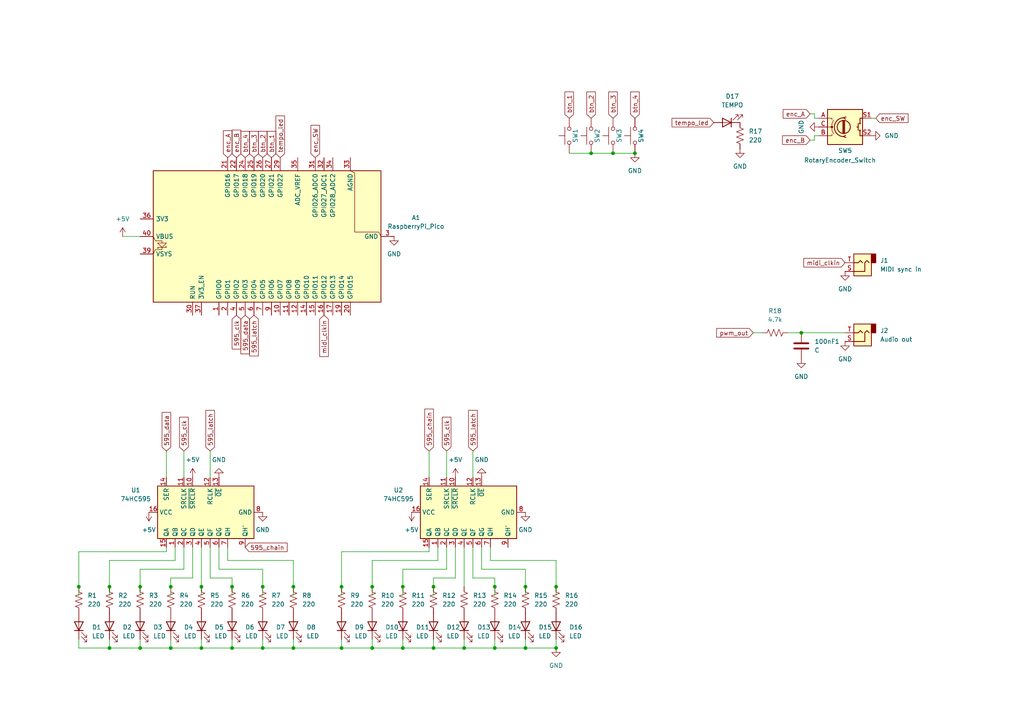
<source format=kicad_sch>
(kicad_sch (version 20250114) (generator "eeschema") (generator_version "9.0")
  (paper "A4")
  (title_block (title "euclid-16") (date "2023-06-10") (rev "1") (comment 3 "Licence: Beerware") (comment 4 "github.com/redraw/euclid-16"))
  (lib_symbols
    (symbol "74xx:74HC595"
      (property "Reference" "U" (at -7.62 13.97 0))
      (property "Value" "74HC595" (at -7.62 -16.51 0))
      (symbol "74HC595_1_0"
        (pin input line (at -10.16 10.16 0) (length 2.54) (name "SER") (number "14"))
        (pin input line (at -10.16 5.08 0) (length 2.54) (name "SRCLK") (number "11"))
        (pin input line (at -10.16 2.54 0) (length 2.54) (name "~{SRCLR}") (number "10"))
        (pin input line (at -10.16 -2.54 0) (length 2.54) (name "RCLK") (number "12"))
        (pin input line (at -10.16 -5.08 0) (length 2.54) (name "~{OE}") (number "13"))
        (pin power_in line (at 0 15.24 270) (length 2.54) (name "VCC") (number "16"))
        (pin power_in line (at 0 -17.78 90) (length 2.54) (name "GND") (number "8"))
        (pin tri_state line (at 10.16 10.16 180) (length 2.54) (name "QA") (number "15"))
        (pin tri_state line (at 10.16 7.62 180) (length 2.54) (name "QB") (number "1"))
        (pin tri_state line (at 10.16 5.08 180) (length 2.54) (name "QC") (number "2"))
        (pin tri_state line (at 10.16 2.54 180) (length 2.54) (name "QD") (number "3"))
        (pin tri_state line (at 10.16 0 180) (length 2.54) (name "QE") (number "4"))
        (pin tri_state line (at 10.16 -2.54 180) (length 2.54) (name "QF") (number "5"))
        (pin tri_state line (at 10.16 -5.08 180) (length 2.54) (name "QG") (number "6"))
        (pin tri_state line (at 10.16 -7.62 180) (length 2.54) (name "QH") (number "7"))
        (pin output line (at 10.16 -12.7 180) (length 2.54) (name "QH'") (number "9"))
      )
      (symbol "74HC595_1_1"
        (rectangle (start -7.62 12.7) (end 7.62 -15.24) (stroke (width 0.254)) (fill (type background)))
      )
    )
    (symbol "Connector_Audio:AudioJack2"
      (property "Reference" "J" (at 0 8.89 0))
      (property "Value" "AudioJack2" (at 0 6.35 0))
      (symbol "AudioJack2_0_1"
        (rectangle (start -3.81 0) (end -2.54 -2.54) (stroke (width 0.254)) (fill (type outline)))
        (rectangle (start -2.54 3.81) (end 2.54 -2.54) (stroke (width 0.254)) (fill (type background)))
        (polyline (pts (xy 0 0) (xy 0.635 -0.635) (xy 1.27 0) (xy 2.54 0)) (stroke (width 0.254)))
        (polyline (pts (xy 2.54 2.54) (xy -0.635 2.54) (xy -0.635 0) (xy -1.27 -0.635) (xy -1.905 0)) (stroke (width 0.254)))
      )
      (symbol "AudioJack2_1_1"
        (pin passive line (at 5.08 2.54 180) (length 2.54) (name "~") (number "S"))
        (pin passive line (at 5.08 0 180) (length 2.54) (name "~") (number "T"))
      )
    )
    (symbol "Device:C" (pin_numbers (hide yes)) (pin_names (offset 0.254))
      (property "Reference" "C" (at 0.635 2.54 0))
      (property "Value" "C" (at 0.635 -2.54 0))
      (symbol "C_0_1"
        (polyline (pts (xy -2.032 0.762) (xy 2.032 0.762)) (stroke (width 0.508)))
        (polyline (pts (xy -2.032 -0.762) (xy 2.032 -0.762)) (stroke (width 0.508)))
      )
      (symbol "C_1_1"
        (pin passive line (at 0 3.81 270) (length 2.794) (name "~") (number "1"))
        (pin passive line (at 0 -3.81 90) (length 2.794) (name "~") (number "2"))
      )
    )
    (symbol "Device:LED" (pin_numbers (hide yes)) (pin_names (offset 1.016) (hide yes))
      (property "Reference" "D" (at 0 2.54 0))
      (property "Value" "LED" (at 0 -2.54 0))
      (symbol "LED_0_1"
        (polyline (pts (xy -3.048 -0.762) (xy -4.572 -2.286) (xy -3.81 -2.286) (xy -4.572 -2.286) (xy -4.572 -1.524)))
        (polyline (pts (xy -1.778 -0.762) (xy -3.302 -2.286) (xy -2.54 -2.286) (xy -3.302 -2.286) (xy -3.302 -1.524)))
        (polyline (pts (xy -1.27 0) (xy 1.27 0)))
        (polyline (pts (xy -1.27 -1.27) (xy -1.27 1.27)) (stroke (width 0.254)))
        (polyline (pts (xy 1.27 -1.27) (xy 1.27 1.27) (xy -1.27 0) (xy 1.27 -1.27)) (stroke (width 0.254)))
      )
      (symbol "LED_1_1"
        (pin passive line (at -3.81 0 0) (length 2.54) (name "K") (number "1"))
        (pin passive line (at 3.81 0 180) (length 2.54) (name "A") (number "2"))
      )
    )
    (symbol "Device:R_US" (pin_numbers (hide yes)) (pin_names (offset 0))
      (property "Reference" "R" (at 2.54 0 90))
      (property "Value" "R_US" (at -2.54 0 90))
      (symbol "R_US_0_1"
        (polyline (pts (xy 0 2.286) (xy 0 2.54)))
        (polyline (pts (xy 0 2.286) (xy 1.016 1.905) (xy 0 1.524) (xy -1.016 1.143) (xy 0 0.762)))
        (polyline (pts (xy 0 0.762) (xy 1.016 0.381) (xy 0 0) (xy -1.016 -0.381) (xy 0 -0.762)))
        (polyline (pts (xy 0 -0.762) (xy 1.016 -1.143) (xy 0 -1.524) (xy -1.016 -1.905) (xy 0 -2.286)))
        (polyline (pts (xy 0 -2.286) (xy 0 -2.54)))
      )
      (symbol "R_US_1_1"
        (pin passive line (at 0 3.81 270) (length 1.27) (name "~") (number "1"))
        (pin passive line (at 0 -3.81 90) (length 1.27) (name "~") (number "2"))
      )
    )
    (symbol "Device:RotaryEncoder_Switch" (pin_names (offset 0.254) (hide yes))
      (property "Reference" "SW" (at 0 6.604 0))
      (property "Value" "RotaryEncoder_Switch" (at 0 -6.604 0))
      (symbol "RotaryEncoder_Switch_0_1"
        (rectangle (start -5.08 5.08) (end 5.08 -5.08) (stroke (width 0.254)) (fill (type background)))
        (polyline (pts (xy -5.08 2.54) (xy -3.81 2.54) (xy -3.81 2.032)))
        (polyline (pts (xy -5.08 0) (xy -3.81 0) (xy -3.81 -1.016) (xy -3.302 -2.032)))
        (polyline (pts (xy -5.08 -2.54) (xy -3.81 -2.54) (xy -3.81 -2.032)))
        (polyline (pts (xy -4.318 0) (xy -3.81 0) (xy -3.81 1.016) (xy -3.302 2.032)))
        (circle (center -3.81 0) (radius 0.254) (fill (type outline)))
        (polyline (pts (xy -0.635 -1.778) (xy -0.635 1.778)) (stroke (width 0.254)))
        (circle (center -0.381 0) (radius 1.905) (stroke (width 0.254)))
        (polyline (pts (xy -0.381 -1.778) (xy -0.381 1.778)) (stroke (width 0.254)))
        (arc (start -0.381 -2.794) (mid -3.0988 -0.0635) (end -0.381 2.667) (stroke (width 0.254)))
        (polyline (pts (xy -0.127 1.778) (xy -0.127 -1.778)) (stroke (width 0.254)))
        (polyline (pts (xy 0.254 2.921) (xy -0.508 2.667) (xy 0.127 2.286)) (stroke (width 0.254)))
        (polyline (pts (xy 0.254 -3.048) (xy -0.508 -2.794) (xy 0.127 -2.413)) (stroke (width 0.254)))
        (polyline (pts (xy 3.81 1.016) (xy 3.81 -1.016)) (stroke (width 0.254)))
        (polyline (pts (xy 3.81 0) (xy 3.429 0)) (stroke (width 0.254)))
        (circle (center 4.318 1.016) (radius 0.127) (stroke (width 0.254)))
        (circle (center 4.318 -1.016) (radius 0.127) (stroke (width 0.254)))
        (polyline (pts (xy 5.08 2.54) (xy 4.318 2.54) (xy 4.318 1.016)) (stroke (width 0.254)))
        (polyline (pts (xy 5.08 -2.54) (xy 4.318 -2.54) (xy 4.318 -1.016)) (stroke (width 0.254)))
      )
      (symbol "RotaryEncoder_Switch_1_1"
        (pin passive line (at -7.62 2.54 0) (length 2.54) (name "A") (number "A"))
        (pin passive line (at -7.62 0 0) (length 2.54) (name "C") (number "C"))
        (pin passive line (at -7.62 -2.54 0) (length 2.54) (name "B") (number "B"))
        (pin passive line (at 7.62 2.54 180) (length 2.54) (name "S1") (number "S1"))
        (pin passive line (at 7.62 -2.54 180) (length 2.54) (name "S2") (number "S2"))
      )
    )
    (symbol "MCU_Module:RaspberryPi_Pico" (pin_names (offset 0.762))
      (property "Reference" "A" (at -19.05 35.56 0))
      (property "Value" "RaspberryPi_Pico" (at 7.62 35.56 0))
      (symbol "RaspberryPi_Pico_0_1"
        (rectangle (start -19.05 34.29) (end 19.05 -31.75) (stroke (width 0.254)) (fill (type background)))
        (polyline (pts (xy -5.08 34.29) (xy -3.81 33.655) (xy -3.81 31.75) (xy -3.175 31.75)))
        (polyline (pts (xy -3.429 32.766) (xy -3.429 33.02) (xy -3.175 33.02) (xy -3.175 30.48) (xy -2.921 30.48) (xy -2.921 30.734)))
        (polyline (pts (xy -3.175 31.75) (xy -1.905 33.02) (xy -1.905 30.48) (xy -3.175 31.75)))
        (polyline (pts (xy 0 34.29) (xy -1.27 33.655) (xy -1.27 31.75) (xy -1.905 31.75)))
        (polyline (pts (xy 0 -31.75) (xy 1.27 -31.115) (xy 1.27 -24.13) (xy 18.415 -24.13) (xy 19.05 -22.86)))
      )
      (symbol "RaspberryPi_Pico_1_1"
        (pin passive line (at -22.86 22.86 0) (length 3.81) (name "RUN") (number "30"))
        (pin passive line (at -22.86 20.32 0) (length 3.81) (name "3V3_EN") (number "37"))
        (pin bidirectional line (at -22.86 15.24 0) (length 3.81) (name "GPIO0") (number "1"))
        (pin bidirectional line (at -22.86 12.7 0) (length 3.81) (name "GPIO1") (number "2"))
        (pin bidirectional line (at -22.86 10.16 0) (length 3.81) (name "GPIO2") (number "4"))
        (pin bidirectional line (at -22.86 7.62 0) (length 3.81) (name "GPIO3") (number "5"))
        (pin bidirectional line (at -22.86 5.08 0) (length 3.81) (name "GPIO4") (number "6"))
        (pin bidirectional line (at -22.86 2.54 0) (length 3.81) (name "GPIO5") (number "7"))
        (pin bidirectional line (at -22.86 0 0) (length 3.81) (name "GPIO6") (number "9"))
        (pin bidirectional line (at -22.86 -2.54 0) (length 3.81) (name "GPIO7") (number "10"))
        (pin bidirectional line (at -22.86 -5.08 0) (length 3.81) (name "GPIO8") (number "11"))
        (pin bidirectional line (at -22.86 -7.62 0) (length 3.81) (name "GPIO9") (number "12"))
        (pin bidirectional line (at -22.86 -10.16 0) (length 3.81) (name "GPIO10") (number "14"))
        (pin bidirectional line (at -22.86 -12.7 0) (length 3.81) (name "GPIO11") (number "15"))
        (pin bidirectional line (at -22.86 -15.24 0) (length 3.81) (name "GPIO12") (number "16"))
        (pin bidirectional line (at -22.86 -17.78 0) (length 3.81) (name "GPIO13") (number "17"))
        (pin bidirectional line (at -22.86 -20.32 0) (length 3.81) (name "GPIO14") (number "19"))
        (pin bidirectional line (at -22.86 -22.86 0) (length 3.81) (name "GPIO15") (number "20"))
        (pin power_in line (at -5.08 38.1 270) (length 3.81) (name "VSYS") (number "39"))
        (pin power_out line (at 0 38.1 270) (length 3.81) (name "VBUS") (number "40"))
        (pin passive line (at 0 -35.56 90) (length 3.81) (hide yes) (name "GND") (number "13"))
        (pin passive line (at 0 -35.56 90) (length 3.81) (hide yes) (name "GND") (number "18"))
        (pin passive line (at 0 -35.56 90) (length 3.81) (hide yes) (name "GND") (number "23"))
        (pin passive line (at 0 -35.56 90) (length 3.81) (hide yes) (name "GND") (number "28"))
        (pin power_out line (at 0 -35.56 90) (length 3.81) (name "GND") (number "3"))
        (pin passive line (at 0 -35.56 90) (length 3.81) (hide yes) (name "GND") (number "38"))
        (pin passive line (at 0 -35.56 90) (length 3.81) (hide yes) (name "GND") (number "8"))
        (pin power_out line (at 5.08 38.1 270) (length 3.81) (name "3V3") (number "36"))
        (pin bidirectional line (at 22.86 12.7 180) (length 3.81) (name "GPIO16") (number "21"))
        (pin bidirectional line (at 22.86 10.16 180) (length 3.81) (name "GPIO17") (number "22"))
        (pin bidirectional line (at 22.86 7.62 180) (length 3.81) (name "GPIO18") (number "24"))
        (pin bidirectional line (at 22.86 5.08 180) (length 3.81) (name "GPIO19") (number "25"))
        (pin bidirectional line (at 22.86 2.54 180) (length 3.81) (name "GPIO20") (number "26"))
        (pin bidirectional line (at 22.86 0 180) (length 3.81) (name "GPIO21") (number "27"))
        (pin bidirectional line (at 22.86 -2.54 180) (length 3.81) (name "GPIO22") (number "29"))
        (pin power_in line (at 22.86 -7.62 180) (length 3.81) (name "ADC_VREF") (number "35"))
        (pin bidirectional line (at 22.86 -12.7 180) (length 3.81) (name "GPIO26_ADC0") (number "31"))
        (pin bidirectional line (at 22.86 -15.24 180) (length 3.81) (name "GPIO27_ADC1") (number "32"))
        (pin bidirectional line (at 22.86 -17.78 180) (length 3.81) (name "GPIO28_ADC2") (number "34"))
        (pin power_out line (at 22.86 -22.86 180) (length 3.81) (name "AGND") (number "33"))
      )
    )
    (symbol "Switch:SW_Push" (pin_numbers (hide yes)) (pin_names (offset 1.016) (hide yes))
      (property "Reference" "SW" (at 1.27 2.54 0))
      (property "Value" "SW_Push" (at 0 -1.524 0))
      (symbol "SW_Push_0_1"
        (circle (center -2.032 0) (radius 0.508))
        (polyline (pts (xy 0 1.27) (xy 0 3.048)))
        (circle (center 2.032 0) (radius 0.508))
        (polyline (pts (xy 2.54 1.27) (xy -2.54 1.27)))
        (pin passive line (at -5.08 0 0) (length 2.54) (name "1") (number "1"))
        (pin passive line (at 5.08 0 180) (length 2.54) (name "2") (number "2"))
      )
    )
    (symbol "power:+5V" (power) (pin_numbers (hide yes)) (pin_names (offset 0) (hide yes))
      (property "Value" "+5V" (at 0 3.556 0))
      (symbol "+5V_0_1"
        (polyline (pts (xy -0.762 1.27) (xy 0 2.54)))
        (polyline (pts (xy 0 2.54) (xy 0.762 1.27)))
        (polyline (pts (xy 0 0) (xy 0 2.54)))
      )
      (symbol "+5V_1_1"
        (pin power_in line (at 0 0 90) (length 0) (name "~") (number "1"))
      )
    )
    (symbol "power:GND" (power) (pin_numbers (hide yes)) (pin_names (offset 0) (hide yes))
      (property "Value" "GND" (at 0 -3.81 0))
      (symbol "GND_0_1"
        (polyline (pts (xy 0 0) (xy 0 -1.27) (xy 1.27 -1.27) (xy 0 -2.54) (xy -1.27 -1.27) (xy 0 -1.27)))
      )
      (symbol "GND_1_1"
        (pin power_in line (at 0 0 270) (length 0) (name "~") (number "1"))
      )
    )
  )
  (junction (at 49.53 170.18))
  (junction (at 184.15 44.45))
  (junction (at 107.95 170.18))
  (junction (at 31.75 187.96))
  (junction (at 143.51 170.18))
  (junction (at 134.62 187.96))
  (junction (at 31.75 170.18))
  (junction (at 85.09 187.96))
  (junction (at 171.45 44.45))
  (junction (at 67.31 170.18))
  (junction (at 116.84 170.18))
  (junction (at 177.8 44.45))
  (junction (at 99.06 170.18))
  (junction (at 58.42 187.96))
  (junction (at 125.73 187.96))
  (junction (at 40.64 187.96))
  (junction (at 58.42 170.18))
  (junction (at 116.84 187.96))
  (junction (at 161.29 170.18))
  (junction (at 152.4 170.18))
  (junction (at 232.41 96.52))
  (junction (at 40.64 170.18))
  (junction (at 125.73 170.18))
  (junction (at 49.53 187.96))
  (junction (at 99.06 187.96))
  (junction (at 76.2 170.18))
  (junction (at 85.09 170.18))
  (junction (at 67.31 187.96))
  (junction (at 22.86 170.18))
  (junction (at 107.95 187.96))
  (junction (at 152.4 187.96))
  (junction (at 143.51 187.96))
  (junction (at 76.2 187.96))
  (junction (at 161.29 187.96))
  (wire (pts (xy 107.95 185.42) (xy 107.95 187.96)))
  (wire (pts (xy 134.62 158.75) (xy 134.62 170.18)))
  (wire (pts (xy 236.22 34.29) (xy 237.49 34.29)))
  (wire (pts (xy 76.2 187.96) (xy 85.09 187.96)))
  (wire (pts (xy 107.95 162.56) (xy 127 162.56)))
  (wire (pts (xy 107.95 172.72) (xy 107.95 170.18)))
  (wire (pts (xy 143.51 170.18) (xy 143.51 167.64)))
  (wire (pts (xy 40.64 185.42) (xy 40.64 187.96)))
  (wire (pts (xy 60.96 130.81) (xy 60.96 138.43)))
  (wire (pts (xy 143.51 167.64) (xy 137.16 167.64)))
  (wire (pts (xy 49.53 167.64) (xy 55.88 167.64)))
  (wire (pts (xy 129.54 130.81) (xy 129.54 138.43)))
  (wire (pts (xy 116.84 187.96) (xy 125.73 187.96)))
  (wire (pts (xy 49.53 185.42) (xy 49.53 187.96)))
  (wire (pts (xy 99.06 185.42) (xy 99.06 187.96)))
  (wire (pts (xy 40.64 165.1) (xy 53.34 165.1)))
  (wire (pts (xy 99.06 172.72) (xy 99.06 170.18)))
  (wire (pts (xy 254 34.29) (xy 252.73 34.29)))
  (wire (pts (xy 85.09 170.18) (xy 85.09 162.56)))
  (wire (pts (xy 152.4 170.18) (xy 152.4 165.1)))
  (wire (pts (xy 161.29 185.42) (xy 161.29 187.96)))
  (wire (pts (xy 48.26 130.81) (xy 48.26 138.43)))
  (wire (pts (xy 152.4 187.96) (xy 161.29 187.96)))
  (wire (pts (xy 125.73 187.96) (xy 134.62 187.96)))
  (wire (pts (xy 63.5 165.1) (xy 63.5 158.75)))
  (wire (pts (xy 58.42 185.42) (xy 58.42 187.96)))
  (wire (pts (xy 85.09 162.56) (xy 66.04 162.56)))
  (wire (pts (xy 124.46 130.81) (xy 124.46 138.43)))
  (wire (pts (xy 58.42 172.72) (xy 58.42 170.18)))
  (wire (pts (xy 218.44 96.52) (xy 220.98 96.52)))
  (wire (pts (xy 125.73 185.42) (xy 125.73 187.96)))
  (wire (pts (xy 228.6 96.52) (xy 232.41 96.52)))
  (wire (pts (xy 139.7 165.1) (xy 139.7 158.75)))
  (wire (pts (xy 236.22 33.02) (xy 236.22 34.29)))
  (wire (pts (xy 107.95 187.96) (xy 116.84 187.96)))
  (wire (pts (xy 40.64 172.72) (xy 40.64 170.18)))
  (wire (pts (xy 234.95 33.02) (xy 236.22 33.02)))
  (wire (pts (xy 76.2 185.42) (xy 76.2 187.96)))
  (wire (pts (xy 31.75 185.42) (xy 31.75 187.96)))
  (wire (pts (xy 60.96 167.64) (xy 60.96 158.75)))
  (wire (pts (xy 22.86 172.72) (xy 22.86 170.18)))
  (wire (pts (xy 49.53 170.18) (xy 49.53 167.64)))
  (wire (pts (xy 49.53 187.96) (xy 58.42 187.96)))
  (wire (pts (xy 236.22 39.37) (xy 237.49 39.37)))
  (wire (pts (xy 53.34 130.81) (xy 53.34 138.43)))
  (wire (pts (xy 31.75 170.18) (xy 31.75 162.56)))
  (wire (pts (xy 48.26 160.02) (xy 48.26 158.75)))
  (wire (pts (xy 50.8 162.56) (xy 50.8 158.75)))
  (wire (pts (xy 232.41 97.79) (xy 232.41 96.52)))
  (wire (pts (xy 143.51 187.96) (xy 152.4 187.96)))
  (wire (pts (xy 85.09 187.96) (xy 99.06 187.96)))
  (wire (pts (xy 127 162.56) (xy 127 158.75)))
  (wire (pts (xy 31.75 187.96) (xy 40.64 187.96)))
  (wire (pts (xy 152.4 172.72) (xy 152.4 170.18)))
  (wire (pts (xy 232.41 96.52) (xy 245.11 96.52)))
  (wire (pts (xy 31.75 162.56) (xy 50.8 162.56)))
  (wire (pts (xy 35.56 68.58) (xy 40.64 68.58)))
  (wire (pts (xy 132.08 167.64) (xy 132.08 158.75)))
  (wire (pts (xy 177.8 44.45) (xy 184.15 44.45)))
  (wire (pts (xy 99.06 160.02) (xy 99.06 170.18)))
  (wire (pts (xy 58.42 187.96) (xy 67.31 187.96)))
  (wire (pts (xy 124.46 160.02) (xy 124.46 158.75)))
  (wire (pts (xy 67.31 167.64) (xy 60.96 167.64)))
  (wire (pts (xy 67.31 170.18) (xy 67.31 167.64)))
  (wire (pts (xy 67.31 185.42) (xy 67.31 187.96)))
  (wire (pts (xy 40.64 187.96) (xy 49.53 187.96)))
  (wire (pts (xy 116.84 172.72) (xy 116.84 170.18)))
  (wire (pts (xy 116.84 165.1) (xy 129.54 165.1)))
  (wire (pts (xy 107.95 170.18) (xy 107.95 162.56)))
  (wire (pts (xy 22.86 160.02) (xy 48.26 160.02)))
  (wire (pts (xy 161.29 172.72) (xy 161.29 170.18)))
  (wire (pts (xy 22.86 187.96) (xy 31.75 187.96)))
  (wire (pts (xy 171.45 44.45) (xy 177.8 44.45)))
  (wire (pts (xy 67.31 187.96) (xy 76.2 187.96)))
  (wire (pts (xy 143.51 172.72) (xy 143.51 170.18)))
  (wire (pts (xy 53.34 158.75) (xy 53.34 165.1)))
  (wire (pts (xy 137.16 167.64) (xy 137.16 158.75)))
  (wire (pts (xy 125.73 170.18) (xy 125.73 167.64)))
  (wire (pts (xy 165.1 44.45) (xy 171.45 44.45)))
  (wire (pts (xy 124.46 160.02) (xy 99.06 160.02)))
  (wire (pts (xy 137.16 130.81) (xy 137.16 138.43)))
  (wire (pts (xy 76.2 172.72) (xy 76.2 170.18)))
  (wire (pts (xy 129.54 158.75) (xy 129.54 165.1)))
  (wire (pts (xy 152.4 165.1) (xy 139.7 165.1)))
  (wire (pts (xy 67.31 172.72) (xy 67.31 170.18)))
  (wire (pts (xy 31.75 172.72) (xy 31.75 170.18)))
  (wire (pts (xy 55.88 167.64) (xy 55.88 158.75)))
  (wire (pts (xy 85.09 185.42) (xy 85.09 187.96)))
  (wire (pts (xy 134.62 185.42) (xy 134.62 187.96)))
  (wire (pts (xy 234.95 40.64) (xy 236.22 40.64)))
  (wire (pts (xy 76.2 165.1) (xy 63.5 165.1)))
  (wire (pts (xy 143.51 185.42) (xy 143.51 187.96)))
  (wire (pts (xy 40.64 170.18) (xy 40.64 165.1)))
  (wire (pts (xy 116.84 170.18) (xy 116.84 165.1)))
  (wire (pts (xy 58.42 158.75) (xy 58.42 170.18)))
  (wire (pts (xy 125.73 172.72) (xy 125.73 170.18)))
  (wire (pts (xy 22.86 185.42) (xy 22.86 187.96)))
  (wire (pts (xy 66.04 162.56) (xy 66.04 158.75)))
  (wire (pts (xy 161.29 162.56) (xy 142.24 162.56)))
  (wire (pts (xy 76.2 170.18) (xy 76.2 165.1)))
  (wire (pts (xy 142.24 162.56) (xy 142.24 158.75)))
  (wire (pts (xy 116.84 185.42) (xy 116.84 187.96)))
  (wire (pts (xy 49.53 172.72) (xy 49.53 170.18)))
  (wire (pts (xy 125.73 167.64) (xy 132.08 167.64)))
  (wire (pts (xy 22.86 170.18) (xy 22.86 160.02)))
  (wire (pts (xy 236.22 40.64) (xy 236.22 39.37)))
  (wire (pts (xy 134.62 187.96) (xy 143.51 187.96)))
  (wire (pts (xy 161.29 170.18) (xy 161.29 162.56)))
  (wire (pts (xy 152.4 185.42) (xy 152.4 187.96)))
  (wire (pts (xy 99.06 187.96) (xy 107.95 187.96)))
  (wire (pts (xy 85.09 172.72) (xy 85.09 170.18)))
  (global_label "btn_4" (shape input) (at 71.12 45.72 90) (property "Intersheetrefs" "${INTERSHEET_REFS}" (effects (hide yes))))
  (global_label "tempo_led" (shape input) (at 81.28 45.72 90) (property "Intersheetrefs" "${INTERSHEET_REFS}" (effects (hide yes))))
  (global_label "595_data" (shape input) (at 71.12 91.44 270) (property "Intersheetrefs" "${INTERSHEET_REFS}" (effects (hide yes))))
  (global_label "595_chain" (shape input) (at 71.12 158.75 0) (property "Intersheetrefs" "${INTERSHEET_REFS}" (effects (hide yes))))
  (global_label "btn_4" (shape input) (at 184.15 34.29 90) (property "Intersheetrefs" "${INTERSHEET_REFS}" (effects (hide yes))))
  (global_label "enc_B" (shape input) (at 68.58 45.72 90) (property "Intersheetrefs" "${INTERSHEET_REFS}" (effects (hide yes))))
  (global_label "pwm_out" (shape input) (at 218.44 96.52 180) (property "Intersheetrefs" "${INTERSHEET_REFS}" (effects (hide yes))))
  (global_label "enc_A" (shape input) (at 66.04 45.72 90) (property "Intersheetrefs" "${INTERSHEET_REFS}" (effects (hide yes))))
  (global_label "btn_2" (shape input) (at 76.2 45.72 90) (property "Intersheetrefs" "${INTERSHEET_REFS}" (effects (hide yes))))
  (global_label "595_data" (shape input) (at 48.26 130.81 90) (property "Intersheetrefs" "${INTERSHEET_REFS}" (effects (hide yes))))
  (global_label "btn_1" (shape input) (at 78.74 45.72 90) (property "Intersheetrefs" "${INTERSHEET_REFS}" (effects (hide yes))))
  (global_label "595_clk" (shape input) (at 53.34 130.81 90) (property "Intersheetrefs" "${INTERSHEET_REFS}" (effects (hide yes))))
  (global_label "btn_3" (shape input) (at 73.66 45.72 90) (property "Intersheetrefs" "${INTERSHEET_REFS}" (effects (hide yes))))
  (global_label "595_latch" (shape input) (at 137.16 130.81 90) (property "Intersheetrefs" "${INTERSHEET_REFS}" (effects (hide yes))))
  (global_label "tempo_led" (shape input) (at 207.01 35.56 180) (property "Intersheetrefs" "${INTERSHEET_REFS}" (effects (hide yes))))
  (global_label "btn_2" (shape input) (at 171.45 34.29 90) (property "Intersheetrefs" "${INTERSHEET_REFS}" (effects (hide yes))))
  (global_label "595_chain" (shape input) (at 124.46 130.81 90) (property "Intersheetrefs" "${INTERSHEET_REFS}" (effects (hide yes))))
  (global_label "595_clk" (shape input) (at 129.54 130.81 90) (property "Intersheetrefs" "${INTERSHEET_REFS}" (effects (hide yes))))
  (global_label "enc_B" (shape input) (at 234.95 40.64 180) (property "Intersheetrefs" "${INTERSHEET_REFS}" (effects (hide yes))))
  (global_label "btn_3" (shape input) (at 177.8 34.29 90) (property "Intersheetrefs" "${INTERSHEET_REFS}" (effects (hide yes))))
  (global_label "595_latch" (shape input) (at 60.96 130.81 90) (property "Intersheetrefs" "${INTERSHEET_REFS}" (effects (hide yes))))
  (global_label "enc_A" (shape input) (at 234.95 33.02 180) (property "Intersheetrefs" "${INTERSHEET_REFS}" (effects (hide yes))))
  (global_label "595_clk" (shape input) (at 68.58 91.44 270) (property "Intersheetrefs" "${INTERSHEET_REFS}" (effects (hide yes))))
  (global_label "595_latch" (shape input) (at 73.66 91.44 270) (property "Intersheetrefs" "${INTERSHEET_REFS}" (effects (hide yes))))
  (global_label "enc_SW" (shape input) (at 254 34.29 0) (property "Intersheetrefs" "${INTERSHEET_REFS}" (effects (hide yes))))
  (global_label "midi_clkin" (shape input) (at 93.98 91.44 270) (property "Intersheetrefs" "${INTERSHEET_REFS}" (effects (hide yes))))
  (global_label "enc_SW" (shape input) (at 91.44 45.72 90) (property "Intersheetrefs" "${INTERSHEET_REFS}" (effects (hide yes))))
  (global_label "btn_1" (shape input) (at 165.1 34.29 90) (property "Intersheetrefs" "${INTERSHEET_REFS}" (effects (hide yes))))
  (global_label "midi_clkin" (shape input) (at 245.11 76.2 180) (property "Intersheetrefs" "${INTERSHEET_REFS}" (effects (hide yes))))
  (symbol (lib_id "Device:R_US") (at 49.53 173.99 0) (unit 1)
    (property "Reference" "R4" (at 52.07 172.7199 0) (effects (justify left)))
    (property "Value" "220" (at 52.07 175.2599 0) (effects (justify left)))
    (property "Footprint" "Resistor_THT:R_Axial_DIN0207_L6.3mm_D2.5mm_P7.62mm_Horizontal" (effects (hide yes)))
    (property "Description" "Resistor, US symbol" (effects (hide yes)))
  )
  (symbol (lib_id "Device:R_US") (at 107.95 173.99 0) (unit 1)
    (property "Reference" "R10" (at 110.49 172.7199 0) (effects (justify left)))
    (property "Value" "220" (at 110.49 175.2599 0) (effects (justify left)))
    (property "Footprint" "Resistor_THT:R_Axial_DIN0207_L6.3mm_D2.5mm_P7.62mm_Horizontal" (effects (hide yes)))
    (property "Description" "Resistor, US symbol" (effects (hide yes)))
  )
  (symbol (lib_id "Device:LED") (at 116.84 181.61 90) (unit 1)
    (property "Reference" "D11" (at 120.65 181.9274 90) (effects (justify right)))
    (property "Value" "LED" (at 120.65 184.4674 90) (effects (justify right)))
    (property "Footprint" "LED_THT:LED_D3.0mm" (effects (hide yes)))
    (property "Description" "Light emitting diode" (effects (hide yes)))
    (property "Sim.Pins" "1=K 2=A" (effects (hide yes)))
  )
  (symbol (lib_id "Device:R_US") (at 99.06 173.99 0) (unit 1)
    (property "Reference" "R9" (at 101.6 172.7199 0) (effects (justify left)))
    (property "Value" "220" (at 101.6 175.2599 0) (effects (justify left)))
    (property "Footprint" "Resistor_THT:R_Axial_DIN0207_L6.3mm_D2.5mm_P7.62mm_Horizontal" (effects (hide yes)))
    (property "Description" "Resistor, US symbol" (effects (hide yes)))
  )
  (symbol (lib_id "power:+5V") (at 119.38 148.59 180) (unit 1)
    (property "Reference" "#PWR07" (effects (hide yes)))
    (property "Value" "+5V" (at 119.38 153.67 0))
    (property "Description" "Power symbol creates a global label with name \"+5V\"" (effects (hide yes)))
  )
  (symbol (lib_id "Device:LED") (at 22.86 181.61 90) (unit 1)
    (property "Reference" "D1" (at 26.67 181.9274 90) (effects (justify right)))
    (property "Value" "LED" (at 26.67 184.4674 90) (effects (justify right)))
    (property "Footprint" "LED_THT:LED_D3.0mm" (effects (hide yes)))
    (property "Description" "Light emitting diode" (effects (hide yes)))
    (property "Sim.Pins" "1=K 2=A" (effects (hide yes)))
  )
  (symbol (lib_id "Device:R_US") (at 116.84 173.99 0) (unit 1)
    (property "Reference" "R11" (at 119.38 172.7199 0) (effects (justify left)))
    (property "Value" "220" (at 119.38 175.2599 0) (effects (justify left)))
    (property "Footprint" "Resistor_THT:R_Axial_DIN0207_L6.3mm_D2.5mm_P7.62mm_Horizontal" (effects (hide yes)))
    (property "Description" "Resistor, US symbol" (effects (hide yes)))
  )
  (symbol (lib_id "Device:LED") (at 85.09 181.61 90) (unit 1)
    (property "Reference" "D8" (at 88.9 181.9274 90) (effects (justify right)))
    (property "Value" "LED" (at 88.9 184.4674 90) (effects (justify right)))
    (property "Footprint" "LED_THT:LED_D3.0mm" (effects (hide yes)))
    (property "Description" "Light emitting diode" (effects (hide yes)))
    (property "Sim.Pins" "1=K 2=A" (effects (hide yes)))
  )
  (symbol (lib_id "Device:LED") (at 134.62 181.61 90) (unit 1)
    (property "Reference" "D13" (at 138.43 181.9274 90) (effects (justify right)))
    (property "Value" "LED" (at 138.43 184.4674 90) (effects (justify right)))
    (property "Footprint" "LED_THT:LED_D3.0mm" (effects (hide yes)))
    (property "Description" "Light emitting diode" (effects (hide yes)))
    (property "Sim.Pins" "1=K 2=A" (effects (hide yes)))
  )
  (symbol (lib_id "Device:LED") (at 152.4 181.61 90) (unit 1)
    (property "Reference" "D15" (at 156.21 181.9274 90) (effects (justify right)))
    (property "Value" "LED" (at 156.21 184.4674 90) (effects (justify right)))
    (property "Footprint" "LED_THT:LED_D3.0mm" (effects (hide yes)))
    (property "Description" "Light emitting diode" (effects (hide yes)))
    (property "Sim.Pins" "1=K 2=A" (effects (hide yes)))
  )
  (symbol (lib_id "power:+5V") (at 43.18 148.59 180) (unit 1)
    (property "Reference" "#PWR02" (effects (hide yes)))
    (property "Value" "+5V" (at 43.18 153.67 0))
    (property "Description" "Power symbol creates a global label with name \"+5V\"" (effects (hide yes)))
  )
  (symbol (lib_id "Device:LED") (at 143.51 181.61 90) (unit 1)
    (property "Reference" "D14" (at 147.32 181.9274 90) (effects (justify right)))
    (property "Value" "LED" (at 147.32 184.4674 90) (effects (justify right)))
    (property "Footprint" "LED_THT:LED_D3.0mm" (effects (hide yes)))
    (property "Description" "Light emitting diode" (effects (hide yes)))
    (property "Sim.Pins" "1=K 2=A" (effects (hide yes)))
  )
  (symbol (lib_id "power:GND") (at 214.63 43.18 0) (unit 1)
    (property "Reference" "#PWR013" (effects (hide yes)))
    (property "Value" "GND" (at 214.63 48.26 0))
    (property "Description" "Power symbol creates a global label with name \"GND\" , ground" (effects (hide yes)))
  )
  (symbol (lib_id "74xx:74HC595") (at 134.62 148.59 90) (mirror x) (unit 1)
    (property "Reference" "U2" (at 115.57 142.1698 90))
    (property "Value" "74HC595" (at 115.57 144.7098 90))
    (property "Footprint" "Package_DIP:DIP-16_W7.62mm_Socket" (effects (hide yes)))
    (property "Datasheet" "http://www.ti.com/lit/ds/symlink/sn74hc595.pdf" (effects (hide yes)))
    (property "Description" "8-bit serial in/out Shift Register 3-State Outputs" (effects (hide yes)))
  )
  (symbol (lib_id "power:GND") (at 237.49 36.83 270) (unit 1)
    (property "Reference" "#PWR015" (effects (hide yes)))
    (property "Value" "GND" (at 232.41 36.83 0))
    (property "Description" "Power symbol creates a global label with name \"GND\" , ground" (effects (hide yes)))
  )
  (symbol (lib_id "Connector_Audio:AudioJack2") (at 250.19 76.2 180) (unit 1)
    (property "Reference" "J1" (at 255.27 75.5649 0) (effects (justify right)))
    (property "Value" "MIDI sync in" (at 255.27 78.1049 0) (effects (justify right)))
    (property "Footprint" "Connector_Audio:Jack_3.5mm_CUI_SJ1-3525N_Horizontal" (effects (hide yes)))
    (property "Description" "Audio Jack, 2 Poles (Mono / TS)" (effects (hide yes)))
  )
  (symbol (lib_id "Device:R_US") (at 143.51 173.99 0) (unit 1)
    (property "Reference" "R14" (at 146.05 172.7199 0) (effects (justify left)))
    (property "Value" "220" (at 146.05 175.2599 0) (effects (justify left)))
    (property "Footprint" "Resistor_THT:R_Axial_DIN0207_L6.3mm_D2.5mm_P7.62mm_Horizontal" (effects (hide yes)))
    (property "Description" "Resistor, US symbol" (effects (hide yes)))
  )
  (symbol (lib_id "Device:R_US") (at 161.29 173.99 0) (unit 1)
    (property "Reference" "R16" (at 163.83 172.7199 0) (effects (justify left)))
    (property "Value" "220" (at 163.83 175.2599 0) (effects (justify left)))
    (property "Footprint" "Resistor_THT:R_Axial_DIN0207_L6.3mm_D2.5mm_P7.62mm_Horizontal" (effects (hide yes)))
    (property "Description" "Resistor, US symbol" (effects (hide yes)))
  )
  (symbol (lib_id "MCU_Module:RaspberryPi_Pico") (at 78.74 68.58 90) (unit 1)
    (property "Reference" "A1" (at 120.65 63.1346 90))
    (property "Value" "RaspberryPi_Pico" (at 120.65 65.6746 90))
    (property "Footprint" "Module:RaspberryPi_Pico_Common_Unspecified" (effects (hide yes)))
    (property "Datasheet" "https://datasheets.raspberrypi.com/pico/pico-datasheet.pdf" (effects (hide yes)))
    (property "Description" "Versatile and inexpensive microcontroller module powered by RP2040 dual-core Arm Cortex-M0+ processor up to 133 MHz, 264kB SRAM, 2MB QSPI flash; also supports Raspberry Pi Pico 2" (effects (hide yes)))
  )
  (symbol (lib_id "power:GND") (at 114.3 68.58 0) (unit 1)
    (property "Reference" "#PWR06" (effects (hide yes)))
    (property "Value" "GND" (at 114.3 73.66 0))
    (property "Description" "Power symbol creates a global label with name \"GND\" , ground" (effects (hide yes)))
  )
  (symbol (lib_id "Device:R_US") (at 152.4 173.99 0) (unit 1)
    (property "Reference" "R15" (at 154.94 172.7199 0) (effects (justify left)))
    (property "Value" "220" (at 154.94 175.2599 0) (effects (justify left)))
    (property "Footprint" "Resistor_THT:R_Axial_DIN0207_L6.3mm_D2.5mm_P7.62mm_Horizontal" (effects (hide yes)))
    (property "Description" "Resistor, US symbol" (effects (hide yes)))
  )
  (symbol (lib_id "Switch:SW_Push") (at 177.8 39.37 90) (unit 1)
    (property "Reference" "SW3" (at 179.578 37.338 0) (effects (justify right)))
    (property "Value" "SW_Push" (effects (hide yes)))
    (property "Footprint" "Button_Switch_THT:SW_PUSH_6mm" (effects (hide yes)))
    (property "Description" "Push button switch, generic, two pins" (effects (hide yes)))
  )
  (symbol (lib_id "Device:LED") (at 99.06 181.61 90) (unit 1)
    (property "Reference" "D9" (at 102.87 181.9274 90) (effects (justify right)))
    (property "Value" "LED" (at 102.87 184.4674 90) (effects (justify right)))
    (property "Footprint" "LED_THT:LED_D3.0mm" (effects (hide yes)))
    (property "Description" "Light emitting diode" (effects (hide yes)))
    (property "Sim.Pins" "1=K 2=A" (effects (hide yes)))
  )
  (symbol (lib_id "Device:LED") (at 49.53 181.61 90) (unit 1)
    (property "Reference" "D4" (at 53.34 181.9274 90) (effects (justify right)))
    (property "Value" "LED" (at 53.34 184.4674 90) (effects (justify right)))
    (property "Footprint" "LED_THT:LED_D3.0mm" (effects (hide yes)))
    (property "Description" "Light emitting diode" (effects (hide yes)))
    (property "Sim.Pins" "1=K 2=A" (effects (hide yes)))
  )
  (symbol (lib_id "power:GND") (at 161.29 187.96 0) (unit 1)
    (property "Reference" "#PWR011" (effects (hide yes)))
    (property "Value" "GND" (at 161.29 193.04 0))
    (property "Description" "Power symbol creates a global label with name \"GND\" , ground" (effects (hide yes)))
  )
  (symbol (lib_id "Device:R_US") (at 67.31 173.99 0) (unit 1)
    (property "Reference" "R6" (at 69.85 172.7199 0) (effects (justify left)))
    (property "Value" "220" (at 69.85 175.2599 0) (effects (justify left)))
    (property "Footprint" "Resistor_THT:R_Axial_DIN0207_L6.3mm_D2.5mm_P7.62mm_Horizontal" (effects (hide yes)))
    (property "Description" "Resistor, US symbol" (effects (hide yes)))
  )
  (symbol (lib_id "Device:R_US") (at 134.62 173.99 0) (unit 1)
    (property "Reference" "R13" (at 137.16 172.7199 0) (effects (justify left)))
    (property "Value" "220" (at 137.16 175.2599 0) (effects (justify left)))
    (property "Footprint" "Resistor_THT:R_Axial_DIN0207_L6.3mm_D2.5mm_P7.62mm_Horizontal" (effects (hide yes)))
    (property "Description" "Resistor, US symbol" (effects (hide yes)))
  )
  (symbol (lib_id "Device:R_US") (at 31.75 173.99 0) (unit 1)
    (property "Reference" "R2" (at 34.29 172.7199 0) (effects (justify left)))
    (property "Value" "220" (at 34.29 175.2599 0) (effects (justify left)))
    (property "Footprint" "Resistor_THT:R_Axial_DIN0207_L6.3mm_D2.5mm_P7.62mm_Horizontal" (effects (hide yes)))
    (property "Description" "Resistor, US symbol" (effects (hide yes)))
  )
  (symbol (lib_id "Device:C") (at 232.41 100.33 0) (unit 1)
    (property "Reference" "100nF1" (at 236.22 99.0599 0) (effects (justify left)))
    (property "Value" "C" (at 236.22 101.5999 0) (effects (justify left)))
    (property "Footprint" "Capacitor_THT:C_Disc_D3.0mm_W1.6mm_P2.50mm" (effects (hide yes)))
    (property "Description" "Unpolarized capacitor" (effects (hide yes)))
  )
  (symbol (lib_id "Device:R_US") (at 125.73 173.99 0) (unit 1)
    (property "Reference" "R12" (at 128.27 172.7199 0) (effects (justify left)))
    (property "Value" "220" (at 128.27 175.2599 0) (effects (justify left)))
    (property "Footprint" "Resistor_THT:R_Axial_DIN0207_L6.3mm_D2.5mm_P7.62mm_Horizontal" (effects (hide yes)))
    (property "Description" "Resistor, US symbol" (effects (hide yes)))
  )
  (symbol (lib_id "Device:LED") (at 76.2 181.61 90) (unit 1)
    (property "Reference" "D7" (at 80.01 181.9274 90) (effects (justify right)))
    (property "Value" "LED" (at 80.01 184.4674 90) (effects (justify right)))
    (property "Footprint" "LED_THT:LED_D3.0mm" (effects (hide yes)))
    (property "Description" "Light emitting diode" (effects (hide yes)))
    (property "Sim.Pins" "1=K 2=A" (effects (hide yes)))
  )
  (symbol (lib_id "power:GND") (at 245.11 99.06 0) (unit 1)
    (property "Reference" "#PWR017" (effects (hide yes)))
    (property "Value" "GND" (at 245.11 104.14 0))
    (property "Description" "Power symbol creates a global label with name \"GND\" , ground" (effects (hide yes)))
  )
  (symbol (lib_id "power:GND") (at 245.11 78.74 0) (unit 1)
    (property "Reference" "#PWR016" (effects (hide yes)))
    (property "Value" "GND" (at 245.11 83.82 0))
    (property "Description" "Power symbol creates a global label with name \"GND\" , ground" (effects (hide yes)))
  )
  (symbol (lib_id "power:GND") (at 232.41 104.14 0) (unit 1)
    (property "Reference" "#PWR014" (effects (hide yes)))
    (property "Value" "GND" (at 232.41 109.22 0))
    (property "Description" "Power symbol creates a global label with name \"GND\" , ground" (effects (hide yes)))
  )
  (symbol (lib_id "Device:RotaryEncoder_Switch") (at 245.11 36.83 0) (unit 1)
    (property "Reference" "SW5" (at 243.078 43.688 0) (effects (justify left)))
    (property "Value" "RotaryEncoder_Switch" (at 233.172 46.482 0) (effects (justify left)))
    (property "Footprint" "Rotary_Encoder:RotaryEncoder_Alps_EC11E-Switch_Vertical_H20mm" (effects (hide yes)))
    (property "Description" "Rotary encoder, dual channel, incremental quadrate outputs, with switch" (effects (hide yes)))
  )
  (symbol (lib_id "power:+5V") (at 132.08 138.43 0) (unit 1)
    (property "Reference" "#PWR08" (effects (hide yes)))
    (property "Value" "+5V" (at 132.08 133.35 0))
    (property "Description" "Power symbol creates a global label with name \"+5V\"" (effects (hide yes)))
  )
  (symbol (lib_id "power:GND") (at 252.73 39.37 90) (unit 1)
    (property "Reference" "#PWR018" (effects (hide yes)))
    (property "Value" "GND" (at 256.54 39.3699 90) (effects (justify right)))
    (property "Description" "Power symbol creates a global label with name \"GND\" , ground" (effects (hide yes)))
  )
  (symbol (lib_id "Device:R_US") (at 58.42 173.99 0) (unit 1)
    (property "Reference" "R5" (at 60.96 172.7199 0) (effects (justify left)))
    (property "Value" "220" (at 60.96 175.2599 0) (effects (justify left)))
    (property "Footprint" "Resistor_THT:R_Axial_DIN0207_L6.3mm_D2.5mm_P7.62mm_Horizontal" (effects (hide yes)))
    (property "Description" "Resistor, US symbol" (effects (hide yes)))
  )
  (symbol (lib_id "power:GND") (at 76.2 148.59 0) (unit 1)
    (property "Reference" "#PWR05" (effects (hide yes)))
    (property "Value" "GND" (at 76.2 153.67 0))
    (property "Description" "Power symbol creates a global label with name \"GND\" , ground" (effects (hide yes)))
  )
  (symbol (lib_id "power:GND") (at 139.7 138.43 180) (unit 1)
    (property "Reference" "#PWR09" (effects (hide yes)))
    (property "Value" "GND" (at 139.7 133.35 0))
    (property "Description" "Power symbol creates a global label with name \"GND\" , ground" (effects (hide yes)))
  )
  (symbol (lib_id "Device:LED") (at 107.95 181.61 90) (unit 1)
    (property "Reference" "D10" (at 111.76 181.9274 90) (effects (justify right)))
    (property "Value" "LED" (at 111.76 184.4674 90) (effects (justify right)))
    (property "Footprint" "LED_THT:LED_D3.0mm" (effects (hide yes)))
    (property "Description" "Light emitting diode" (effects (hide yes)))
    (property "Sim.Pins" "1=K 2=A" (effects (hide yes)))
  )
  (symbol (lib_id "Switch:SW_Push") (at 171.45 39.37 90) (unit 1)
    (property "Reference" "SW2" (at 173.228 37.338 0) (effects (justify right)))
    (property "Value" "SW_Push" (effects (hide yes)))
    (property "Footprint" "Button_Switch_THT:SW_PUSH_6mm" (effects (hide yes)))
    (property "Description" "Push button switch, generic, two pins" (effects (hide yes)))
  )
  (symbol (lib_id "Device:LED") (at 40.64 181.61 90) (unit 1)
    (property "Reference" "D3" (at 44.45 181.9274 90) (effects (justify right)))
    (property "Value" "LED" (at 44.45 184.4674 90) (effects (justify right)))
    (property "Footprint" "LED_THT:LED_D3.0mm" (effects (hide yes)))
    (property "Description" "Light emitting diode" (effects (hide yes)))
    (property "Sim.Pins" "1=K 2=A" (effects (hide yes)))
  )
  (symbol (lib_id "74xx:74HC595") (at 58.42 148.59 90) (mirror x) (unit 1)
    (property "Reference" "U1" (at 39.37 142.1698 90))
    (property "Value" "74HC595" (at 39.37 144.7098 90))
    (property "Footprint" "Package_DIP:DIP-16_W7.62mm_Socket" (effects (hide yes)))
    (property "Datasheet" "http://www.ti.com/lit/ds/symlink/sn74hc595.pdf" (effects (hide yes)))
    (property "Description" "8-bit serial in/out Shift Register 3-State Outputs" (effects (hide yes)))
  )
  (symbol (lib_id "Connector_Audio:AudioJack2") (at 250.19 96.52 180) (unit 1)
    (property "Reference" "J2" (at 255.27 95.8849 0) (effects (justify right)))
    (property "Value" "Audio out" (at 255.27 98.4249 0) (effects (justify right)))
    (property "Footprint" "Connector_Audio:Jack_3.5mm_CUI_SJ1-3525N_Horizontal" (effects (hide yes)))
    (property "Description" "Audio Jack, 2 Poles (Mono / TS)" (effects (hide yes)))
  )
  (symbol (lib_id "Device:LED") (at 67.31 181.61 90) (unit 1)
    (property "Reference" "D6" (at 71.12 181.9274 90) (effects (justify right)))
    (property "Value" "LED" (at 71.12 184.4674 90) (effects (justify right)))
    (property "Footprint" "LED_THT:LED_D3.0mm" (effects (hide yes)))
    (property "Description" "Light emitting diode" (effects (hide yes)))
    (property "Sim.Pins" "1=K 2=A" (effects (hide yes)))
  )
  (symbol (lib_id "power:GND") (at 184.15 44.45 0) (unit 1)
    (property "Reference" "#PWR012" (effects (hide yes)))
    (property "Value" "GND" (at 184.15 49.53 0))
    (property "Description" "Power symbol creates a global label with name \"GND\" , ground" (effects (hide yes)))
  )
  (symbol (lib_id "Device:LED") (at 58.42 181.61 90) (unit 1)
    (property "Reference" "D5" (at 62.23 181.9274 90) (effects (justify right)))
    (property "Value" "LED" (at 62.23 184.4674 90) (effects (justify right)))
    (property "Footprint" "LED_THT:LED_D3.0mm" (effects (hide yes)))
    (property "Description" "Light emitting diode" (effects (hide yes)))
    (property "Sim.Pins" "1=K 2=A" (effects (hide yes)))
  )
  (symbol (lib_id "Device:LED") (at 161.29 181.61 90) (unit 1)
    (property "Reference" "D16" (at 165.1 181.9274 90) (effects (justify right)))
    (property "Value" "LED" (at 165.1 184.4674 90) (effects (justify right)))
    (property "Footprint" "LED_THT:LED_D3.0mm" (effects (hide yes)))
    (property "Description" "Light emitting diode" (effects (hide yes)))
    (property "Sim.Pins" "1=K 2=A" (effects (hide yes)))
  )
  (symbol (lib_id "Switch:SW_Push") (at 184.15 39.37 90) (unit 1)
    (property "Reference" "SW4" (at 185.928 37.338 0) (effects (justify right)))
    (property "Value" "SW_Push" (effects (hide yes)))
    (property "Footprint" "Button_Switch_THT:SW_PUSH_6mm" (effects (hide yes)))
    (property "Description" "Push button switch, generic, two pins" (effects (hide yes)))
  )
  (symbol (lib_id "power:+5V") (at 55.88 138.43 0) (unit 1)
    (property "Reference" "#PWR03" (effects (hide yes)))
    (property "Value" "+5V" (at 55.88 133.35 0))
    (property "Description" "Power symbol creates a global label with name \"+5V\"" (effects (hide yes)))
  )
  (symbol (lib_id "power:GND") (at 63.5 138.43 180) (unit 1)
    (property "Reference" "#PWR04" (effects (hide yes)))
    (property "Value" "GND" (at 63.5 133.35 0))
    (property "Description" "Power symbol creates a global label with name \"GND\" , ground" (effects (hide yes)))
  )
  (symbol (lib_id "power:GND") (at 152.4 148.59 0) (unit 1)
    (property "Reference" "#PWR010" (effects (hide yes)))
    (property "Value" "GND" (at 152.4 153.67 0))
    (property "Description" "Power symbol creates a global label with name \"GND\" , ground" (effects (hide yes)))
  )
  (symbol (lib_id "Device:LED") (at 31.75 181.61 90) (unit 1)
    (property "Reference" "D2" (at 35.56 181.9274 90) (effects (justify right)))
    (property "Value" "LED" (at 35.56 184.4674 90) (effects (justify right)))
    (property "Footprint" "LED_THT:LED_D3.0mm" (effects (hide yes)))
    (property "Description" "Light emitting diode" (effects (hide yes)))
    (property "Sim.Pins" "1=K 2=A" (effects (hide yes)))
  )
  (symbol (lib_id "Device:R_US") (at 76.2 173.99 0) (unit 1)
    (property "Reference" "R7" (at 78.74 172.7199 0) (effects (justify left)))
    (property "Value" "220" (at 78.74 175.2599 0) (effects (justify left)))
    (property "Footprint" "Resistor_THT:R_Axial_DIN0207_L6.3mm_D2.5mm_P7.62mm_Horizontal" (effects (hide yes)))
    (property "Description" "Resistor, US symbol" (effects (hide yes)))
  )
  (symbol (lib_id "Device:R_US") (at 214.63 39.37 180) (unit 1)
    (property "Reference" "R17" (at 217.17 38.0999 0) (effects (justify right)))
    (property "Value" "220" (at 217.17 40.6399 0) (effects (justify right)))
    (property "Footprint" "Resistor_THT:R_Axial_DIN0207_L6.3mm_D2.5mm_P7.62mm_Horizontal" (effects (hide yes)))
    (property "Description" "Resistor, US symbol" (effects (hide yes)))
  )
  (symbol (lib_id "Device:R_US") (at 85.09 173.99 0) (unit 1)
    (property "Reference" "R8" (at 87.63 172.7199 0) (effects (justify left)))
    (property "Value" "220" (at 87.63 175.2599 0) (effects (justify left)))
    (property "Footprint" "Resistor_THT:R_Axial_DIN0207_L6.3mm_D2.5mm_P7.62mm_Horizontal" (effects (hide yes)))
    (property "Description" "Resistor, US symbol" (effects (hide yes)))
  )
  (symbol (lib_id "Device:LED") (at 210.82 35.56 180) (unit 1)
    (property "Reference" "D17" (at 212.4075 27.94 0))
    (property "Value" "TEMPO" (at 212.4075 30.48 0))
    (property "Footprint" "LED_THT:LED_D5.0mm" (effects (hide yes)))
    (property "Description" "Light emitting diode" (effects (hide yes)))
    (property "Sim.Pins" "1=K 2=A" (effects (hide yes)))
  )
  (symbol (lib_id "Switch:SW_Push") (at 165.1 39.37 90) (unit 1)
    (property "Reference" "SW1" (at 166.878 37.338 0) (effects (justify right)))
    (property "Value" "SW_Push" (effects (hide yes)))
    (property "Footprint" "Button_Switch_THT:SW_PUSH_6mm" (effects (hide yes)))
    (property "Description" "Push button switch, generic, two pins" (effects (hide yes)))
  )
  (symbol (lib_id "Device:LED") (at 125.73 181.61 90) (unit 1)
    (property "Reference" "D12" (at 129.54 181.9274 90) (effects (justify right)))
    (property "Value" "LED" (at 129.54 184.4674 90) (effects (justify right)))
    (property "Footprint" "LED_THT:LED_D3.0mm" (effects (hide yes)))
    (property "Description" "Light emitting diode" (effects (hide yes)))
    (property "Sim.Pins" "1=K 2=A" (effects (hide yes)))
  )
  (symbol (lib_id "Device:R_US") (at 40.64 173.99 0) (unit 1)
    (property "Reference" "R3" (at 43.18 172.7199 0) (effects (justify left)))
    (property "Value" "220" (at 43.18 175.2599 0) (effects (justify left)))
    (property "Footprint" "Resistor_THT:R_Axial_DIN0207_L6.3mm_D2.5mm_P7.62mm_Horizontal" (effects (hide yes)))
    (property "Description" "Resistor, US symbol" (effects (hide yes)))
  )
  (symbol (lib_id "Device:R_US") (at 22.86 173.99 0) (unit 1)
    (property "Reference" "R1" (at 25.4 172.7199 0) (effects (justify left)))
    (property "Value" "220" (at 25.4 175.2599 0) (effects (justify left)))
    (property "Footprint" "Resistor_THT:R_Axial_DIN0207_L6.3mm_D2.5mm_P7.62mm_Horizontal" (effects (hide yes)))
    (property "Description" "Resistor, US symbol" (effects (hide yes)))
  )
  (symbol (lib_id "power:+5V") (at 35.56 68.58 0) (unit 1)
    (property "Reference" "#PWR01" (effects (hide yes)))
    (property "Value" "+5V" (at 35.56 63.5 0))
    (property "Description" "Power symbol creates a global label with name \"+5V\"" (effects (hide yes)))
  )
  (symbol (lib_id "Device:R_US") (at 224.79 96.52 270) (unit 1)
    (property "Reference" "R18" (at 224.79 90.17 90))
    (property "Value" "4.7k" (at 224.79 92.71 90))
    (property "Footprint" "Resistor_THT:R_Axial_DIN0207_L6.3mm_D2.5mm_P7.62mm_Horizontal" (effects (hide yes)))
    (property "Description" "Resistor, US symbol" (effects (hide yes)))
  )
)
</source>
